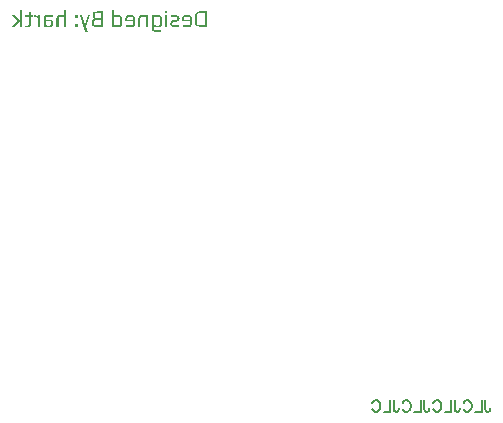
<source format=gbo>
G04 Layer: BottomSilkLayer*
G04 EasyEDA v6.4.17, 2021-03-23T23:00:37--7:00*
G04 a523c0ef729f478fa846602dc6c0f112,debd25b7e7f645e7808fdd9718494454,10*
G04 Gerber Generator version 0.2*
G04 Scale: 100 percent, Rotated: No, Reflected: No *
G04 Dimensions in millimeters *
G04 leading zeros omitted , absolute positions ,4 integer and 5 decimal *
%FSLAX45Y45*%
%MOMM*%

%ADD24C,0.2032*%

%LPD*%
G36*
X5985967Y8124596D02*
G01*
X5985967Y7984642D01*
X6004001Y7984642D01*
X6004001Y8124596D01*
G37*
G36*
X6358839Y8124596D02*
G01*
X6358839Y8069478D01*
X6355791Y8075625D01*
X6349441Y8079994D01*
X6339789Y8082584D01*
X6326835Y8083448D01*
X6311087Y8081772D01*
X6300927Y8076590D01*
X6297574Y8072831D01*
X6295237Y8068056D01*
X6293764Y8062264D01*
X6293307Y8055508D01*
X6293307Y7984642D01*
X6311341Y7984642D01*
X6311392Y8056321D01*
X6311849Y8060588D01*
X6312865Y8062975D01*
X6314389Y8065414D01*
X6317030Y8067649D01*
X6320891Y8069224D01*
X6325920Y8070189D01*
X6332169Y8070494D01*
X6337300Y8070443D01*
X6345682Y8069681D01*
X6348933Y8068970D01*
X6351524Y8068106D01*
X6353657Y8066938D01*
X6355334Y8065566D01*
X6357569Y8062112D01*
X6358280Y8059928D01*
X6358686Y8057388D01*
X6358839Y8054492D01*
X6358839Y7984642D01*
X6376619Y7984642D01*
X6376619Y8124596D01*
G37*
G36*
X6764223Y8124596D02*
G01*
X6764223Y8010042D01*
X6782257Y8010042D01*
X6782257Y8057794D01*
X6783933Y8063484D01*
X6788861Y8067548D01*
X6797141Y8069986D01*
X6808673Y8070748D01*
X6815988Y8070646D01*
X6821881Y8070189D01*
X6826402Y8069478D01*
X6829501Y8068462D01*
X6831736Y8066887D01*
X6833311Y8064550D01*
X6834276Y8061553D01*
X6834581Y8057794D01*
X6834581Y8010042D01*
X6834225Y8006283D01*
X6833209Y8003082D01*
X6831431Y8000441D01*
X6828993Y7998358D01*
X6825843Y7996936D01*
X6821678Y7995920D01*
X6816547Y7995310D01*
X6810451Y7995056D01*
X6803390Y7995310D01*
X6797446Y7995920D01*
X6792620Y7996936D01*
X6788861Y7998358D01*
X6785965Y8000441D01*
X6783933Y8003082D01*
X6782663Y8006283D01*
X6782257Y8010042D01*
X6764223Y8010042D01*
X6764223Y7984642D01*
X6781749Y7984642D01*
X6781749Y7996072D01*
X6782308Y7993430D01*
X6783933Y7990941D01*
X6786625Y7988706D01*
X6790385Y7986674D01*
X6795109Y7984896D01*
X6800697Y7983626D01*
X6807047Y7982864D01*
X6814261Y7982610D01*
X6821017Y7982813D01*
X6826961Y7983321D01*
X6832193Y7984185D01*
X6836613Y7985404D01*
X6840524Y7987182D01*
X6843775Y7989366D01*
X6846468Y7992008D01*
X6848551Y7995056D01*
X6850227Y7998714D01*
X6851396Y8002930D01*
X6852107Y8007858D01*
X6852361Y8013344D01*
X6852361Y8056016D01*
X6850075Y8068564D01*
X6843217Y8077098D01*
X6831177Y8081873D01*
X6813245Y8083448D01*
X6807098Y8083245D01*
X6801459Y8082635D01*
X6796176Y8081619D01*
X6791401Y8080146D01*
X6787388Y8078470D01*
X6784543Y8076336D01*
X6782816Y8073898D01*
X6782257Y8071002D01*
X6781749Y8071002D01*
X6782257Y8095640D01*
X6782257Y8124596D01*
G37*
G36*
X7215327Y8116468D02*
G01*
X7215327Y8097672D01*
X7233361Y8097672D01*
X7233361Y8116468D01*
G37*
G36*
X6641033Y8114436D02*
G01*
X6626047Y8113572D01*
X6614617Y8110880D01*
X6610451Y8109254D01*
X6606997Y8107425D01*
X6604355Y8105343D01*
X6602425Y8103006D01*
X6601104Y8100415D01*
X6600139Y8097316D01*
X6599580Y8093811D01*
X6599377Y8089798D01*
X6599377Y8073034D01*
X6617411Y8073034D01*
X6617411Y8088274D01*
X6617766Y8091728D01*
X6618833Y8094573D01*
X6620560Y8096910D01*
X6622999Y8098688D01*
X6626148Y8099958D01*
X6630162Y8100822D01*
X6635140Y8101330D01*
X6667957Y8101482D01*
X6667957Y8057540D01*
X6640271Y8057540D01*
X6634632Y8057794D01*
X6629806Y8058505D01*
X6625844Y8059724D01*
X6622745Y8061350D01*
X6620408Y8063433D01*
X6618731Y8066074D01*
X6617766Y8069275D01*
X6617411Y8073034D01*
X6599377Y8073034D01*
X6599631Y8068716D01*
X6600444Y8065516D01*
X6601815Y8062722D01*
X6603695Y8060334D01*
X6606184Y8058353D01*
X6609232Y8056625D01*
X6612890Y8055152D01*
X6617157Y8053984D01*
X6617157Y8053222D01*
X6612077Y8052104D01*
X6607556Y8050530D01*
X6603593Y8048447D01*
X6600139Y8045856D01*
X6597243Y8043011D01*
X6595211Y8039760D01*
X6593941Y8036153D01*
X6593535Y8032140D01*
X6593535Y8011312D01*
X6612839Y8011312D01*
X6612839Y8030870D01*
X6612991Y8033308D01*
X6613398Y8035442D01*
X6614109Y8037372D01*
X6616293Y8040522D01*
X6617716Y8041792D01*
X6619443Y8042808D01*
X6623710Y8044180D01*
X6627622Y8044942D01*
X6631228Y8045246D01*
X6667957Y8045348D01*
X6667957Y7998104D01*
X6639509Y7998104D01*
X6632803Y7998307D01*
X6627114Y7998815D01*
X6622491Y7999679D01*
X6618935Y8000898D01*
X6616293Y8002727D01*
X6614363Y8005064D01*
X6613245Y8007908D01*
X6612839Y8011312D01*
X6593535Y8011312D01*
X6593535Y8010296D01*
X6596227Y7998256D01*
X6604203Y7990484D01*
X6618224Y7986115D01*
X6639509Y7984642D01*
X6687261Y7984642D01*
X6687261Y8114436D01*
G37*
G36*
X7519873Y8114436D02*
G01*
X7507071Y8113877D01*
X7495997Y8112150D01*
X7486599Y8109203D01*
X7478928Y8105140D01*
X7472934Y8099856D01*
X7468666Y8093456D01*
X7466126Y8085886D01*
X7465263Y8077098D01*
X7465263Y8020202D01*
X7484059Y8020202D01*
X7484059Y8077352D01*
X7484262Y8080908D01*
X7484770Y8084108D01*
X7485634Y8087004D01*
X7486853Y8089544D01*
X7488529Y8091931D01*
X7490459Y8093964D01*
X7492695Y8095640D01*
X7495235Y8096910D01*
X7500823Y8098891D01*
X7506411Y8100212D01*
X7516317Y8100974D01*
X7552131Y8100974D01*
X7552131Y7997850D01*
X7521143Y7997850D01*
X7504938Y7999272D01*
X7493355Y8003438D01*
X7486396Y8010448D01*
X7484059Y8020202D01*
X7465263Y8020202D01*
X7466126Y8011515D01*
X7468666Y8004403D01*
X7472934Y7998358D01*
X7478877Y7993430D01*
X7486497Y7989570D01*
X7495844Y7986877D01*
X7506868Y7985201D01*
X7519619Y7984642D01*
X7571435Y7984642D01*
X7571435Y8114436D01*
G37*
G36*
X6058103Y8111388D02*
G01*
X6058103Y8081416D01*
X6023559Y8081416D01*
X6023559Y8069478D01*
X6058103Y8069478D01*
X6058001Y8008518D01*
X6057646Y8005572D01*
X6057087Y8003031D01*
X6056325Y8000898D01*
X6055410Y7999272D01*
X6054090Y7997850D01*
X6052464Y7996732D01*
X6050483Y7995818D01*
X6048095Y7995158D01*
X6041847Y7994396D01*
X6038037Y7994294D01*
X6033008Y7994751D01*
X6023559Y7996072D01*
X6023559Y7984134D01*
X6033668Y7983016D01*
X6043625Y7982610D01*
X6049518Y7982813D01*
X6054750Y7983321D01*
X6059322Y7984185D01*
X6063183Y7985404D01*
X6066383Y7986928D01*
X6069177Y7988960D01*
X6071463Y7991500D01*
X6073343Y7994548D01*
X6074664Y7998104D01*
X6075629Y8002320D01*
X6076188Y8007248D01*
X6076391Y8012836D01*
X6076391Y8069478D01*
X6097981Y8069478D01*
X6097981Y8081416D01*
X6076391Y8081416D01*
X6076391Y8111388D01*
G37*
G36*
X6102299Y8083448D02*
G01*
X6102299Y8067954D01*
X6112459Y8067954D01*
X6118352Y8067751D01*
X6123381Y8067141D01*
X6127496Y8066125D01*
X6130747Y8064652D01*
X6133287Y8062671D01*
X6135116Y8060029D01*
X6136233Y8056727D01*
X6136589Y8052714D01*
X6136589Y7984642D01*
X6154623Y7984642D01*
X6154623Y8081416D01*
X6137605Y8081416D01*
X6137605Y8065668D01*
X6137351Y8067954D01*
X6136589Y8070138D01*
X6135319Y8072272D01*
X6133541Y8074304D01*
X6131407Y8076285D01*
X6126327Y8079587D01*
X6123381Y8080908D01*
X6120231Y8082025D01*
X6117183Y8082838D01*
X6114135Y8083296D01*
G37*
G36*
X6224473Y8083448D02*
G01*
X6216650Y8083296D01*
X6209944Y8082838D01*
X6204356Y8082025D01*
X6199835Y8080908D01*
X6196076Y8079435D01*
X6192977Y8077504D01*
X6190488Y8075117D01*
X6188659Y8072272D01*
X6187338Y8068716D01*
X6186373Y8064296D01*
X6185814Y8059064D01*
X6185611Y8052968D01*
X6185611Y8030616D01*
X6231585Y8030616D01*
X6239002Y8030311D01*
X6241846Y8029905D01*
X6244031Y8029346D01*
X6245758Y8028584D01*
X6247130Y8027517D01*
X6248196Y8026196D01*
X6249416Y8022386D01*
X6250076Y8016544D01*
X6250076Y8009483D01*
X6249416Y8003895D01*
X6248857Y8001660D01*
X6247993Y7999882D01*
X6246825Y7998358D01*
X6245453Y7997088D01*
X6243777Y7996072D01*
X6241745Y7995310D01*
X6239256Y7994751D01*
X6232855Y7994294D01*
X6224676Y7994396D01*
X6216396Y7995158D01*
X6212789Y7995818D01*
X6208776Y7997037D01*
X6205931Y7998815D01*
X6204204Y8001203D01*
X6203645Y8004200D01*
X6203645Y8030616D01*
X6185611Y8030616D01*
X6185611Y7984642D01*
X6203137Y7984642D01*
X6203137Y7993786D01*
X6205829Y7988909D01*
X6211570Y7985404D01*
X6220409Y7983321D01*
X6232347Y7982610D01*
X6238849Y7982813D01*
X6244539Y7983270D01*
X6249517Y7984083D01*
X6253683Y7985150D01*
X6257137Y7986674D01*
X6260033Y7988706D01*
X6262471Y7991246D01*
X6264351Y7994294D01*
X6265824Y7998002D01*
X6266840Y8002371D01*
X6267450Y8007502D01*
X6267653Y8013344D01*
X6267450Y8018627D01*
X6266891Y8023250D01*
X6265926Y8027263D01*
X6264605Y8030616D01*
X6262776Y8033461D01*
X6260439Y8035848D01*
X6257442Y8037779D01*
X6253937Y8039252D01*
X6249873Y8040370D01*
X6244996Y8041182D01*
X6239306Y8041640D01*
X6203645Y8041792D01*
X6203645Y8057286D01*
X6203797Y8059826D01*
X6204204Y8062010D01*
X6204915Y8063890D01*
X6207150Y8066836D01*
X6208674Y8067954D01*
X6210554Y8068868D01*
X6215481Y8070037D01*
X6222593Y8070697D01*
X6227013Y8070748D01*
X6242964Y8070189D01*
X6260287Y8068462D01*
X6260287Y8081670D01*
X6241440Y8083042D01*
G37*
G36*
X6916623Y8083448D02*
G01*
X6898081Y8081619D01*
X6885635Y8076082D01*
X6878574Y8066024D01*
X6876237Y8050428D01*
X6876237Y8040776D01*
X6894017Y8040776D01*
X6894017Y8056016D01*
X6894372Y8060131D01*
X6895338Y8063534D01*
X6897014Y8066227D01*
X6899351Y8068208D01*
X6902500Y8069681D01*
X6906615Y8070697D01*
X6911644Y8071307D01*
X6917639Y8071510D01*
X6923328Y8071307D01*
X6928205Y8070697D01*
X6932218Y8069681D01*
X6935419Y8068208D01*
X6937959Y8066227D01*
X6939788Y8063534D01*
X6940905Y8060131D01*
X6941261Y8056016D01*
X6941261Y8040776D01*
X6876237Y8040776D01*
X6876237Y8029092D01*
X6941261Y8029092D01*
X6941261Y8014360D01*
X6940803Y8009788D01*
X6939483Y8005825D01*
X6937248Y8002524D01*
X6934149Y7999882D01*
X6930136Y7998002D01*
X6925208Y7996681D01*
X6919366Y7995869D01*
X6912559Y7995564D01*
X6897573Y7996783D01*
X6880047Y8000390D01*
X6880047Y7986674D01*
X6897878Y7983626D01*
X6914845Y7982610D01*
X6928408Y7983474D01*
X6939534Y7985912D01*
X6948170Y7989976D01*
X6954367Y7995716D01*
X6958075Y8003082D01*
X6959295Y8012074D01*
X6959295Y8050428D01*
X6956755Y8065516D01*
X6949135Y8075574D01*
X6936079Y8081518D01*
G37*
G36*
X7020509Y8083448D02*
G01*
X7004710Y8081772D01*
X6994347Y8076590D01*
X6991146Y8072831D01*
X6988809Y8068056D01*
X6987438Y8062264D01*
X6986981Y8055508D01*
X6986981Y7984642D01*
X7005015Y7984642D01*
X7005066Y8056321D01*
X7005320Y8059521D01*
X7005878Y8062010D01*
X7007148Y8064449D01*
X7008063Y8065668D01*
X7010603Y8067802D01*
X7014413Y8069325D01*
X7019493Y8070240D01*
X7025843Y8070494D01*
X7035139Y8070189D01*
X7042099Y8069224D01*
X7044690Y8068360D01*
X7046874Y8067192D01*
X7048652Y8065820D01*
X7049973Y8064144D01*
X7050989Y8062315D01*
X7051700Y8060080D01*
X7052106Y8057489D01*
X7052259Y8054492D01*
X7052259Y7984642D01*
X7070293Y7984642D01*
X7070293Y8081416D01*
X7052259Y8081416D01*
X7052259Y8069478D01*
X7049211Y8075625D01*
X7042912Y8079994D01*
X7033361Y8082584D01*
G37*
G36*
X7148017Y8083448D02*
G01*
X7127900Y8080603D01*
X7118299Y8072018D01*
X7118299Y8081416D01*
X7101535Y8081416D01*
X7101535Y8010804D01*
X7119569Y8010804D01*
X7119569Y8054492D01*
X7120077Y8060334D01*
X7120737Y8062722D01*
X7121601Y8064652D01*
X7122820Y8066227D01*
X7124547Y8067548D01*
X7126630Y8068614D01*
X7129221Y8069478D01*
X7132472Y8070189D01*
X7140702Y8070951D01*
X7150506Y8070951D01*
X7158126Y8070189D01*
X7163308Y8068716D01*
X7165289Y8067649D01*
X7166864Y8066328D01*
X7168083Y8064652D01*
X7168845Y8062722D01*
X7169759Y8057642D01*
X7169759Y8007603D01*
X7169353Y8004860D01*
X7168743Y8002524D01*
X7167829Y8000644D01*
X7166711Y7999018D01*
X7165187Y7997698D01*
X7163155Y7996631D01*
X7160717Y7995818D01*
X7154316Y7994903D01*
X7145223Y7994548D01*
X7138771Y7994802D01*
X7133285Y7995462D01*
X7128865Y7996580D01*
X7125411Y7998104D01*
X7122871Y8000136D01*
X7121042Y8002930D01*
X7119924Y8006486D01*
X7119569Y8010804D01*
X7101535Y8010804D01*
X7101535Y7975498D01*
X7101840Y7969148D01*
X7102805Y7963509D01*
X7104380Y7958632D01*
X7106615Y7954416D01*
X7109358Y7950911D01*
X7112762Y7947964D01*
X7116876Y7945577D01*
X7121601Y7943748D01*
X7133031Y7941462D01*
X7147509Y7940700D01*
X7165797Y7941208D01*
X7181037Y7942732D01*
X7181037Y7955686D01*
X7160209Y7953603D01*
X7145985Y7952892D01*
X7139482Y7953197D01*
X7133996Y7954009D01*
X7129475Y7955330D01*
X7125919Y7957210D01*
X7123125Y7959750D01*
X7121144Y7963001D01*
X7119975Y7967014D01*
X7119569Y7971688D01*
X7119569Y7995056D01*
X7120229Y7992109D01*
X7121855Y7989570D01*
X7124547Y7987436D01*
X7128205Y7985658D01*
X7132675Y7984337D01*
X7137603Y7983372D01*
X7143089Y7982813D01*
X7149033Y7982610D01*
X7156094Y7982813D01*
X7162393Y7983321D01*
X7167778Y7984185D01*
X7172401Y7985404D01*
X7176312Y7987030D01*
X7179564Y7989112D01*
X7182256Y7991602D01*
X7184339Y7994548D01*
X7185812Y7998053D01*
X7186828Y8002117D01*
X7187438Y8006791D01*
X7187641Y8012074D01*
X7187641Y8051444D01*
X7185355Y8066278D01*
X7178497Y8076082D01*
X7166203Y8081619D01*
G37*
G36*
X7292289Y8083448D02*
G01*
X7262825Y8081924D01*
X7262825Y8068716D01*
X7279386Y8070850D01*
X7293051Y8071510D01*
X7299604Y8071358D01*
X7305040Y8070850D01*
X7309408Y8069986D01*
X7312609Y8068716D01*
X7314844Y8067090D01*
X7316419Y8065008D01*
X7317384Y8062417D01*
X7317689Y8059318D01*
X7317689Y8051190D01*
X7313269Y8043773D01*
X7299909Y8041284D01*
X7288733Y8041284D01*
X7275423Y8039912D01*
X7265873Y8035645D01*
X7260183Y8028584D01*
X7258253Y8018678D01*
X7258253Y8010296D01*
X7260793Y7997494D01*
X7268413Y7988960D01*
X7281621Y7984236D01*
X7300417Y7982610D01*
X7316317Y7983220D01*
X7333437Y7984896D01*
X7333437Y7998866D01*
X7313371Y7996021D01*
X7299909Y7995056D01*
X7294016Y7995259D01*
X7288987Y7995716D01*
X7284872Y7996529D01*
X7281621Y7997596D01*
X7279182Y7999069D01*
X7277455Y8001050D01*
X7276388Y8003641D01*
X7276033Y8006740D01*
X7276033Y8016646D01*
X7276287Y8019491D01*
X7277049Y8021878D01*
X7278319Y8023809D01*
X7280097Y8025282D01*
X7282586Y8026552D01*
X7285685Y8027416D01*
X7289444Y8027924D01*
X7304735Y8028076D01*
X7311796Y8028482D01*
X7317943Y8029600D01*
X7323226Y8031530D01*
X7327595Y8034172D01*
X7331049Y8037677D01*
X7333488Y8041741D01*
X7334961Y8046415D01*
X7335469Y8051698D01*
X7335469Y8060588D01*
X7334250Y8067598D01*
X7330694Y8073288D01*
X7324699Y8077758D01*
X7316266Y8080908D01*
X7305497Y8082838D01*
G37*
G36*
X7397699Y8083448D02*
G01*
X7379309Y8081619D01*
X7366711Y8076082D01*
X7359650Y8066024D01*
X7357313Y8050428D01*
X7357313Y8040776D01*
X7375347Y8040776D01*
X7375347Y8056016D01*
X7375702Y8060131D01*
X7376668Y8063534D01*
X7378344Y8066227D01*
X7380681Y8068208D01*
X7383830Y8069681D01*
X7387844Y8070697D01*
X7392822Y8071307D01*
X7398715Y8071510D01*
X7404506Y8071307D01*
X7409434Y8070697D01*
X7413548Y8069681D01*
X7416749Y8068208D01*
X7419187Y8066227D01*
X7420965Y8063534D01*
X7421981Y8060131D01*
X7422337Y8056016D01*
X7422337Y8040776D01*
X7357313Y8040776D01*
X7357313Y8029092D01*
X7422337Y8029092D01*
X7422337Y8014360D01*
X7421880Y8009788D01*
X7420559Y8005825D01*
X7418324Y8002524D01*
X7415225Y7999882D01*
X7411313Y7998002D01*
X7406386Y7996681D01*
X7400493Y7995869D01*
X7393635Y7995564D01*
X7378649Y7996783D01*
X7361123Y8000390D01*
X7361123Y7986674D01*
X7379055Y7983626D01*
X7396175Y7982610D01*
X7409738Y7983474D01*
X7420864Y7985912D01*
X7429500Y7989976D01*
X7435697Y7995716D01*
X7439406Y8003082D01*
X7440625Y8012074D01*
X7440625Y8050428D01*
X7438085Y8065516D01*
X7430465Y8075574D01*
X7417206Y8081518D01*
G37*
G36*
X5920943Y8081416D02*
G01*
X5962853Y8037474D01*
X5917133Y7984642D01*
X5939485Y7984642D01*
X5983681Y8037474D01*
X5943041Y8081416D01*
G37*
G36*
X6452311Y8081416D02*
G01*
X6452311Y8059826D01*
X6475425Y8059826D01*
X6475425Y8081416D01*
G37*
G36*
X6490665Y8081416D02*
G01*
X6539433Y7942986D01*
X6558229Y7942986D01*
X6542989Y7983118D01*
X6580327Y8081416D01*
X6560769Y8081416D01*
X6533845Y8002422D01*
X6533337Y8002422D01*
X6508953Y8081416D01*
G37*
G36*
X7215327Y8081416D02*
G01*
X7215327Y7984642D01*
X7233361Y7984642D01*
X7233361Y8081416D01*
G37*
G36*
X6452311Y8006232D02*
G01*
X6452311Y7984642D01*
X6475425Y7984642D01*
X6475425Y8006232D01*
G37*
D24*
X9922710Y4820630D02*
G01*
X9922710Y4747902D01*
X9927254Y4734267D01*
X9931801Y4729721D01*
X9940891Y4725174D01*
X9949982Y4725174D01*
X9959073Y4729721D01*
X9963617Y4734267D01*
X9968163Y4747902D01*
X9968163Y4756993D01*
X9892708Y4820630D02*
G01*
X9892708Y4725174D01*
X9892708Y4725174D02*
G01*
X9838164Y4725174D01*
X9739983Y4797902D02*
G01*
X9744527Y4806993D01*
X9753617Y4816083D01*
X9762708Y4820630D01*
X9780892Y4820630D01*
X9789982Y4816083D01*
X9799073Y4806993D01*
X9803617Y4797902D01*
X9808164Y4784267D01*
X9808164Y4761539D01*
X9803617Y4747902D01*
X9799073Y4738811D01*
X9789982Y4729721D01*
X9780892Y4725174D01*
X9762708Y4725174D01*
X9753617Y4729721D01*
X9744527Y4738811D01*
X9739983Y4747902D01*
X9664527Y4820630D02*
G01*
X9664527Y4747902D01*
X9669073Y4734267D01*
X9673617Y4729721D01*
X9682708Y4725174D01*
X9691799Y4725174D01*
X9700892Y4729721D01*
X9705436Y4734267D01*
X9709983Y4747902D01*
X9709983Y4756993D01*
X9634527Y4820630D02*
G01*
X9634527Y4725174D01*
X9634527Y4725174D02*
G01*
X9579983Y4725174D01*
X9481799Y4797902D02*
G01*
X9486346Y4806993D01*
X9495436Y4816083D01*
X9504527Y4820630D01*
X9522708Y4820630D01*
X9531799Y4816083D01*
X9540890Y4806993D01*
X9545436Y4797902D01*
X9549980Y4784267D01*
X9549980Y4761539D01*
X9545436Y4747902D01*
X9540890Y4738811D01*
X9531799Y4729721D01*
X9522708Y4725174D01*
X9504527Y4725174D01*
X9495436Y4729721D01*
X9486346Y4738811D01*
X9481799Y4747902D01*
X9406346Y4820630D02*
G01*
X9406346Y4747902D01*
X9410890Y4734267D01*
X9415437Y4729721D01*
X9424527Y4725174D01*
X9433618Y4725174D01*
X9442709Y4729721D01*
X9447255Y4734267D01*
X9451799Y4747902D01*
X9451799Y4756993D01*
X9376346Y4820630D02*
G01*
X9376346Y4725174D01*
X9376346Y4725174D02*
G01*
X9321800Y4725174D01*
X9223618Y4797902D02*
G01*
X9228162Y4806993D01*
X9237256Y4816083D01*
X9246346Y4820630D01*
X9264528Y4820630D01*
X9273618Y4816083D01*
X9282709Y4806993D01*
X9287256Y4797902D01*
X9291800Y4784267D01*
X9291800Y4761539D01*
X9287256Y4747902D01*
X9282709Y4738811D01*
X9273618Y4729721D01*
X9264528Y4725174D01*
X9246346Y4725174D01*
X9237256Y4729721D01*
X9228162Y4738811D01*
X9223618Y4747902D01*
X9148163Y4820630D02*
G01*
X9148163Y4747902D01*
X9152709Y4734267D01*
X9157253Y4729721D01*
X9166346Y4725174D01*
X9175437Y4725174D01*
X9184528Y4729721D01*
X9189072Y4734267D01*
X9193618Y4747902D01*
X9193618Y4756993D01*
X9118163Y4820630D02*
G01*
X9118163Y4725174D01*
X9118163Y4725174D02*
G01*
X9063619Y4725174D01*
X8965435Y4797902D02*
G01*
X8969982Y4806993D01*
X8979072Y4816083D01*
X8988163Y4820630D01*
X9006344Y4820630D01*
X9015437Y4816083D01*
X9024528Y4806993D01*
X9029072Y4797902D01*
X9033619Y4784267D01*
X9033619Y4761539D01*
X9029072Y4747902D01*
X9024528Y4738811D01*
X9015437Y4729721D01*
X9006344Y4725174D01*
X8988163Y4725174D01*
X8979072Y4729721D01*
X8969982Y4738811D01*
X8965435Y4747902D01*
M02*

</source>
